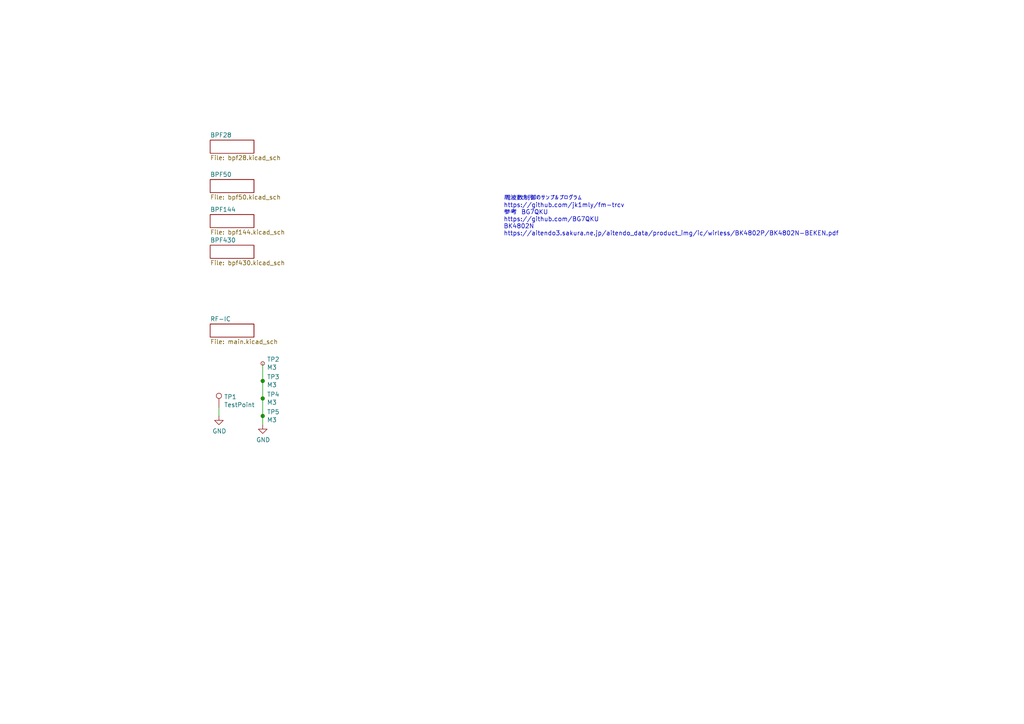
<source format=kicad_sch>
(kicad_sch (version 20230121) (generator eeschema)
  (paper "A4")
  (title_block (title "FM QRP TRCV") (date "2023-08-12") (rev "1") (company "JK1MLY / PRUG"))
  (lib_symbols
    (symbol "Connector:TestPoint" (pin_numbers hide) (pin_names (offset 0.762) hide)
      (property "Reference" "TP" (at 0 6.858 0))
      (property "Value" "TestPoint" (at 0 5.08 0))
      (symbol "TestPoint_0_1"
        (circle (center 0 3.302) (radius 0.762))
      )
      (symbol "TestPoint_1_1"
        (pin passive line (at 0 0 90) (length 2.54) (name "1") (number "1"))
      )
    )
    (symbol "Connector:TestPoint_Small" (pin_numbers hide) (pin_names (offset 0.762) hide)
      (property "Reference" "TP" (at 0 3.81 0))
      (property "Value" "TestPoint_Small" (at 0 2.032 0))
      (symbol "TestPoint_Small_0_1"
        (circle (center 0 0) (radius 0.508))
      )
      (symbol "TestPoint_Small_1_1"
        (pin passive line (at 0 0 90) (length 0) (name "1") (number "1"))
      )
    )
    (symbol "power:GND" (power) (pin_names (offset 0))
      (property "Value" "GND" (at 0 -3.81 0))
      (symbol "GND_0_1"
        (polyline (pts (xy 0 0) (xy 0 -1.27) (xy 1.27 -1.27) (xy 0 -2.54) (xy -1.27 -1.27) (xy 0 -1.27)))
      )
      (symbol "GND_1_1"
        (pin power_in line (at 0 0 270) (length 0) hide (name "GND") (number "1"))
      )
    )
  )
  (junction (at 76.2 115.57))
  (junction (at 76.2 110.49))
  (junction (at 76.2 120.65))
  (wire (pts (xy 63.5 118.11) (xy 63.5 120.65)))
  (wire (pts (xy 76.2 123.19) (xy 76.2 120.65)))
  (wire (pts (xy 76.2 115.57) (xy 76.2 110.49)))
  (wire (pts (xy 76.2 120.65) (xy 76.2 115.57)))
  (wire (pts (xy 76.2 110.49) (xy 76.2 105.41)))
  (text "周波数制御のサンプルプログラム\nhttps://github.com/jk1mly/fm-trcv\n参考　BG7QKU\nhttps://github.com/BG7QKU\nBK4802N\nhttps://aitendo3.sakura.ne.jp/aitendo_data/product_img/ic/wirless/BK4802P/BK4802N-BEKEN.pdf" (at 146.05 68.58 0) (effects (font (size 1.27 1.27)) (justify left bottom)))
  (symbol (lib_id "Connector:TestPoint") (at 63.5 118.11 0) (unit 1)
    (property "Reference" "TP1" (at 64.9732 115.1128 0) (effects (justify left)))
    (property "Value" "TestPoint" (at 64.9732 117.4242 0) (effects (justify left)))
    (property "Footprint" "Connector_PinHeader_2.54mm:PinHeader_1x01_P2.54mm_Vertical" (effects hide))
  )
  (symbol (lib_id "Connector:TestPoint_Small") (at 76.2 115.57 0) (unit 1)
    (property "Reference" "TP4" (at 77.4192 114.4016 0) (effects (justify left)))
    (property "Value" "M3" (at 77.4192 116.713 0) (effects (justify left)))
    (property "Footprint" "MountingHole:MountingHole_3.5mm_Pad" (effects hide))
  )
  (symbol (lib_id "power:GND") (at 63.5 120.65 0) (unit 1)
    (property "Reference" "#PWR01" (effects hide))
    (property "Value" "GND" (at 63.627 125.0442 0))
  )
  (symbol (lib_id "power:GND") (at 76.2 123.19 0) (unit 1)
    (property "Reference" "#PWR02" (effects hide))
    (property "Value" "GND" (at 76.327 127.5842 0))
  )
  (symbol (lib_id "Connector:TestPoint_Small") (at 76.2 110.49 0) (unit 1)
    (property "Reference" "TP3" (at 77.4192 109.3216 0) (effects (justify left)))
    (property "Value" "M3" (at 77.4192 111.633 0) (effects (justify left)))
    (property "Footprint" "MountingHole:MountingHole_3.5mm_Pad" (effects hide))
  )
  (symbol (lib_id "Connector:TestPoint_Small") (at 76.2 105.41 0) (unit 1)
    (property "Reference" "TP2" (at 77.4192 104.2416 0) (effects (justify left)))
    (property "Value" "M3" (at 77.4192 106.553 0) (effects (justify left)))
    (property "Footprint" "MountingHole:MountingHole_3.5mm_Pad" (effects hide))
  )
  (symbol (lib_id "Connector:TestPoint_Small") (at 76.2 120.65 0) (unit 1)
    (property "Reference" "TP5" (at 77.4192 119.4816 0) (effects (justify left)))
    (property "Value" "M3" (at 77.4192 121.793 0) (effects (justify left)))
    (property "Footprint" "MountingHole:MountingHole_3.5mm_Pad" (effects hide))
  )
  (sheet (at 60.96 40.64) (size 12.7 3.81)
    (property "Sheetname" "BPF28" (at 60.96 39.9284 0) (effects (justify left bottom)))
    (property "Sheetfile" "bpf28.kicad_sch" (at 60.96 45.0346 0) (effects (justify left top)))
  )
  (sheet (at 60.96 52.07) (size 12.7 3.81)
    (property "Sheetname" "BPF50" (at 60.96 51.3584 0) (effects (justify left bottom)))
    (property "Sheetfile" "bpf50.kicad_sch" (at 60.96 56.4646 0) (effects (justify left top)))
  )
  (sheet (at 60.96 62.23) (size 12.7 3.81)
    (property "Sheetname" "BPF144" (at 60.96 61.5184 0) (effects (justify left bottom)))
    (property "Sheetfile" "bpf144.kicad_sch" (at 60.96 66.6246 0) (effects (justify left top)))
  )
  (sheet (at 60.96 71.12) (size 12.7 3.81)
    (property "Sheetname" "BPF430" (at 60.96 70.4084 0) (effects (justify left bottom)))
    (property "Sheetfile" "bpf430.kicad_sch" (at 60.96 75.5146 0) (effects (justify left top)))
  )
  (sheet (at 60.96 93.98) (size 12.7 3.81)
    (property "Sheetname" "RF-IC" (at 60.96 93.2684 0) (effects (justify left bottom)))
    (property "Sheetfile" "main.kicad_sch" (at 60.96 98.3746 0) (effects (justify left top)))
  )
)
</source>
